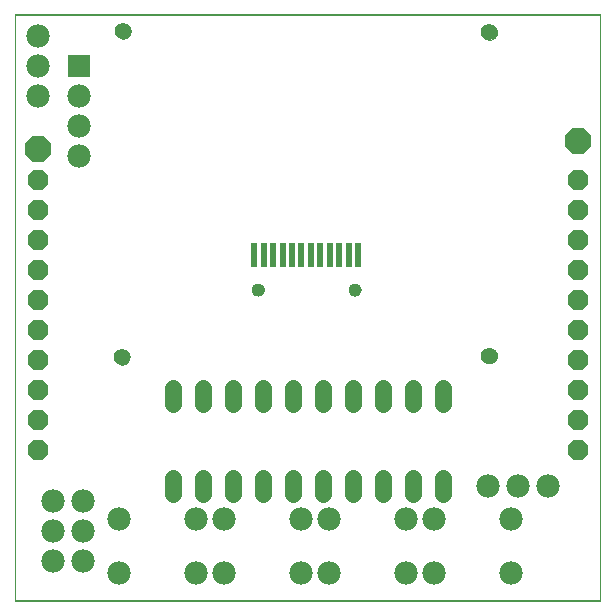
<source format=gts>
G75*
G70*
%OFA0B0*%
%FSLAX24Y24*%
%IPPOS*%
%LPD*%
%AMOC8*
5,1,8,0,0,1.08239X$1,22.5*
%
%ADD10C,0.0000*%
%ADD11R,0.0197X0.0827*%
%ADD12C,0.0434*%
%ADD13C,0.0552*%
%ADD14OC8,0.0670*%
%ADD15OC8,0.0890*%
%ADD16R,0.0780X0.0780*%
%ADD17C,0.0780*%
%ADD18C,0.0560*%
D10*
X000736Y000100D02*
X000736Y019663D01*
X020252Y019663D01*
X020252Y000100D01*
X000736Y000100D01*
X000750Y000128D02*
X000750Y019628D01*
X020250Y019628D01*
X020250Y000128D01*
X000750Y000128D01*
X004056Y008245D02*
X004058Y008276D01*
X004064Y008307D01*
X004073Y008337D01*
X004086Y008366D01*
X004103Y008393D01*
X004123Y008417D01*
X004145Y008439D01*
X004171Y008458D01*
X004198Y008474D01*
X004227Y008486D01*
X004257Y008495D01*
X004288Y008500D01*
X004320Y008501D01*
X004351Y008498D01*
X004382Y008491D01*
X004412Y008481D01*
X004440Y008467D01*
X004466Y008449D01*
X004490Y008429D01*
X004511Y008405D01*
X004530Y008380D01*
X004545Y008352D01*
X004556Y008323D01*
X004564Y008292D01*
X004568Y008261D01*
X004568Y008229D01*
X004564Y008198D01*
X004556Y008167D01*
X004545Y008138D01*
X004530Y008110D01*
X004511Y008085D01*
X004490Y008061D01*
X004466Y008041D01*
X004440Y008023D01*
X004412Y008009D01*
X004382Y007999D01*
X004351Y007992D01*
X004320Y007989D01*
X004288Y007990D01*
X004257Y007995D01*
X004227Y008004D01*
X004198Y008016D01*
X004171Y008032D01*
X004145Y008051D01*
X004123Y008073D01*
X004103Y008097D01*
X004086Y008124D01*
X004073Y008153D01*
X004064Y008183D01*
X004058Y008214D01*
X004056Y008245D01*
X008643Y010489D02*
X008645Y010516D01*
X008651Y010543D01*
X008660Y010569D01*
X008673Y010593D01*
X008689Y010616D01*
X008708Y010635D01*
X008730Y010652D01*
X008754Y010666D01*
X008779Y010676D01*
X008806Y010683D01*
X008833Y010686D01*
X008861Y010685D01*
X008888Y010680D01*
X008914Y010672D01*
X008938Y010660D01*
X008961Y010644D01*
X008982Y010626D01*
X008999Y010605D01*
X009014Y010581D01*
X009025Y010556D01*
X009033Y010530D01*
X009037Y010503D01*
X009037Y010475D01*
X009033Y010448D01*
X009025Y010422D01*
X009014Y010397D01*
X008999Y010373D01*
X008982Y010352D01*
X008961Y010334D01*
X008939Y010318D01*
X008914Y010306D01*
X008888Y010298D01*
X008861Y010293D01*
X008833Y010292D01*
X008806Y010295D01*
X008779Y010302D01*
X008754Y010312D01*
X008730Y010326D01*
X008708Y010343D01*
X008689Y010362D01*
X008673Y010385D01*
X008660Y010409D01*
X008651Y010435D01*
X008645Y010462D01*
X008643Y010489D01*
X011871Y010489D02*
X011873Y010516D01*
X011879Y010543D01*
X011888Y010569D01*
X011901Y010593D01*
X011917Y010616D01*
X011936Y010635D01*
X011958Y010652D01*
X011982Y010666D01*
X012007Y010676D01*
X012034Y010683D01*
X012061Y010686D01*
X012089Y010685D01*
X012116Y010680D01*
X012142Y010672D01*
X012166Y010660D01*
X012189Y010644D01*
X012210Y010626D01*
X012227Y010605D01*
X012242Y010581D01*
X012253Y010556D01*
X012261Y010530D01*
X012265Y010503D01*
X012265Y010475D01*
X012261Y010448D01*
X012253Y010422D01*
X012242Y010397D01*
X012227Y010373D01*
X012210Y010352D01*
X012189Y010334D01*
X012167Y010318D01*
X012142Y010306D01*
X012116Y010298D01*
X012089Y010293D01*
X012061Y010292D01*
X012034Y010295D01*
X012007Y010302D01*
X011982Y010312D01*
X011958Y010326D01*
X011936Y010343D01*
X011917Y010362D01*
X011901Y010385D01*
X011888Y010409D01*
X011879Y010435D01*
X011873Y010462D01*
X011871Y010489D01*
X016300Y008284D02*
X016302Y008315D01*
X016308Y008346D01*
X016317Y008376D01*
X016330Y008405D01*
X016347Y008432D01*
X016367Y008456D01*
X016389Y008478D01*
X016415Y008497D01*
X016442Y008513D01*
X016471Y008525D01*
X016501Y008534D01*
X016532Y008539D01*
X016564Y008540D01*
X016595Y008537D01*
X016626Y008530D01*
X016656Y008520D01*
X016684Y008506D01*
X016710Y008488D01*
X016734Y008468D01*
X016755Y008444D01*
X016774Y008419D01*
X016789Y008391D01*
X016800Y008362D01*
X016808Y008331D01*
X016812Y008300D01*
X016812Y008268D01*
X016808Y008237D01*
X016800Y008206D01*
X016789Y008177D01*
X016774Y008149D01*
X016755Y008124D01*
X016734Y008100D01*
X016710Y008080D01*
X016684Y008062D01*
X016656Y008048D01*
X016626Y008038D01*
X016595Y008031D01*
X016564Y008028D01*
X016532Y008029D01*
X016501Y008034D01*
X016471Y008043D01*
X016442Y008055D01*
X016415Y008071D01*
X016389Y008090D01*
X016367Y008112D01*
X016347Y008136D01*
X016330Y008163D01*
X016317Y008192D01*
X016308Y008222D01*
X016302Y008253D01*
X016300Y008284D01*
X016300Y019071D02*
X016302Y019102D01*
X016308Y019133D01*
X016317Y019163D01*
X016330Y019192D01*
X016347Y019219D01*
X016367Y019243D01*
X016389Y019265D01*
X016415Y019284D01*
X016442Y019300D01*
X016471Y019312D01*
X016501Y019321D01*
X016532Y019326D01*
X016564Y019327D01*
X016595Y019324D01*
X016626Y019317D01*
X016656Y019307D01*
X016684Y019293D01*
X016710Y019275D01*
X016734Y019255D01*
X016755Y019231D01*
X016774Y019206D01*
X016789Y019178D01*
X016800Y019149D01*
X016808Y019118D01*
X016812Y019087D01*
X016812Y019055D01*
X016808Y019024D01*
X016800Y018993D01*
X016789Y018964D01*
X016774Y018936D01*
X016755Y018911D01*
X016734Y018887D01*
X016710Y018867D01*
X016684Y018849D01*
X016656Y018835D01*
X016626Y018825D01*
X016595Y018818D01*
X016564Y018815D01*
X016532Y018816D01*
X016501Y018821D01*
X016471Y018830D01*
X016442Y018842D01*
X016415Y018858D01*
X016389Y018877D01*
X016367Y018899D01*
X016347Y018923D01*
X016330Y018950D01*
X016317Y018979D01*
X016308Y019009D01*
X016302Y019040D01*
X016300Y019071D01*
X004095Y019111D02*
X004097Y019142D01*
X004103Y019173D01*
X004112Y019203D01*
X004125Y019232D01*
X004142Y019259D01*
X004162Y019283D01*
X004184Y019305D01*
X004210Y019324D01*
X004237Y019340D01*
X004266Y019352D01*
X004296Y019361D01*
X004327Y019366D01*
X004359Y019367D01*
X004390Y019364D01*
X004421Y019357D01*
X004451Y019347D01*
X004479Y019333D01*
X004505Y019315D01*
X004529Y019295D01*
X004550Y019271D01*
X004569Y019246D01*
X004584Y019218D01*
X004595Y019189D01*
X004603Y019158D01*
X004607Y019127D01*
X004607Y019095D01*
X004603Y019064D01*
X004595Y019033D01*
X004584Y019004D01*
X004569Y018976D01*
X004550Y018951D01*
X004529Y018927D01*
X004505Y018907D01*
X004479Y018889D01*
X004451Y018875D01*
X004421Y018865D01*
X004390Y018858D01*
X004359Y018855D01*
X004327Y018856D01*
X004296Y018861D01*
X004266Y018870D01*
X004237Y018882D01*
X004210Y018898D01*
X004184Y018917D01*
X004162Y018939D01*
X004142Y018963D01*
X004125Y018990D01*
X004112Y019019D01*
X004103Y019049D01*
X004097Y019080D01*
X004095Y019111D01*
D11*
X008721Y011631D03*
X009036Y011631D03*
X009351Y011631D03*
X009666Y011631D03*
X009981Y011631D03*
X010296Y011631D03*
X010611Y011631D03*
X010926Y011631D03*
X011241Y011631D03*
X011556Y011631D03*
X011871Y011631D03*
X012186Y011631D03*
D12*
X012068Y010489D03*
X008840Y010489D03*
D13*
X004312Y008245D03*
X004351Y019111D03*
X016556Y019071D03*
X016556Y008284D03*
D14*
X019500Y008128D03*
X019500Y009128D03*
X019500Y010128D03*
X019500Y011128D03*
X019500Y012128D03*
X019500Y013128D03*
X019500Y014128D03*
X019500Y007128D03*
X019500Y006128D03*
X019500Y005128D03*
X001500Y005128D03*
X001500Y006128D03*
X001500Y007128D03*
X001500Y008128D03*
X001500Y009128D03*
X001500Y010128D03*
X001500Y011128D03*
X001500Y012128D03*
X001500Y013128D03*
X001500Y014128D03*
D15*
X001500Y015193D03*
X019500Y015443D03*
D16*
X002875Y017943D03*
D17*
X002875Y016943D03*
X002875Y015943D03*
X002875Y014943D03*
X001500Y016943D03*
X001500Y017943D03*
X001500Y018943D03*
X016500Y003943D03*
X017500Y003943D03*
X018500Y003943D03*
X017280Y002833D03*
X017280Y001053D03*
X014720Y001053D03*
X013780Y001053D03*
X013780Y002833D03*
X014720Y002833D03*
X011220Y002833D03*
X010280Y002833D03*
X010280Y001053D03*
X011220Y001053D03*
X007720Y001053D03*
X006780Y001053D03*
X006780Y002833D03*
X007720Y002833D03*
X004220Y002833D03*
X003000Y002443D03*
X003000Y003443D03*
X002000Y003443D03*
X002000Y002443D03*
X002000Y001443D03*
X003000Y001443D03*
X004220Y001053D03*
D18*
X005998Y003683D02*
X005998Y004203D01*
X006998Y004203D02*
X006998Y003683D01*
X007998Y003683D02*
X007998Y004203D01*
X008998Y004203D02*
X008998Y003683D01*
X009998Y003683D02*
X009998Y004203D01*
X010998Y004203D02*
X010998Y003683D01*
X011998Y003683D02*
X011998Y004203D01*
X012998Y004203D02*
X012998Y003683D01*
X013998Y003683D02*
X013998Y004203D01*
X014998Y004203D02*
X014998Y003683D01*
X014998Y006683D02*
X014998Y007203D01*
X013998Y007203D02*
X013998Y006683D01*
X012998Y006683D02*
X012998Y007203D01*
X011998Y007203D02*
X011998Y006683D01*
X010998Y006683D02*
X010998Y007203D01*
X009998Y007203D02*
X009998Y006683D01*
X008998Y006683D02*
X008998Y007203D01*
X007998Y007203D02*
X007998Y006683D01*
X006998Y006683D02*
X006998Y007203D01*
X005998Y007203D02*
X005998Y006683D01*
M02*

</source>
